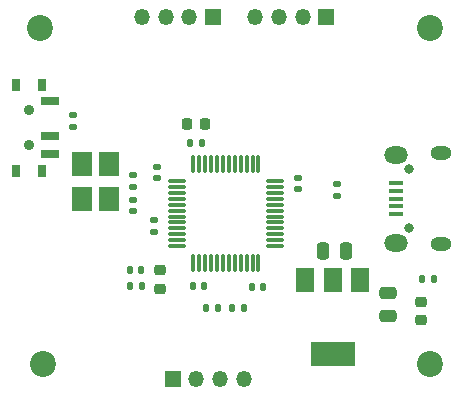
<source format=gbr>
%TF.GenerationSoftware,KiCad,Pcbnew,(6.0.7-1)-1*%
%TF.CreationDate,2022-10-05T21:39:38-05:00*%
%TF.ProjectId,KiCad,4b694361-642e-46b6-9963-61645f706362,rev?*%
%TF.SameCoordinates,Original*%
%TF.FileFunction,Soldermask,Top*%
%TF.FilePolarity,Negative*%
%FSLAX46Y46*%
G04 Gerber Fmt 4.6, Leading zero omitted, Abs format (unit mm)*
G04 Created by KiCad (PCBNEW (6.0.7-1)-1) date 2022-10-05 21:39:38*
%MOMM*%
%LPD*%
G01*
G04 APERTURE LIST*
G04 Aperture macros list*
%AMRoundRect*
0 Rectangle with rounded corners*
0 $1 Rounding radius*
0 $2 $3 $4 $5 $6 $7 $8 $9 X,Y pos of 4 corners*
0 Add a 4 corners polygon primitive as box body*
4,1,4,$2,$3,$4,$5,$6,$7,$8,$9,$2,$3,0*
0 Add four circle primitives for the rounded corners*
1,1,$1+$1,$2,$3*
1,1,$1+$1,$4,$5*
1,1,$1+$1,$6,$7*
1,1,$1+$1,$8,$9*
0 Add four rect primitives between the rounded corners*
20,1,$1+$1,$2,$3,$4,$5,0*
20,1,$1+$1,$4,$5,$6,$7,0*
20,1,$1+$1,$6,$7,$8,$9,0*
20,1,$1+$1,$8,$9,$2,$3,0*%
G04 Aperture macros list end*
%ADD10R,1.500000X2.000000*%
%ADD11R,3.800000X2.000000*%
%ADD12O,1.350000X1.350000*%
%ADD13R,1.350000X1.350000*%
%ADD14R,1.500000X0.700000*%
%ADD15C,0.900000*%
%ADD16R,0.800000X1.000000*%
%ADD17C,2.200000*%
%ADD18R,1.800000X2.100000*%
%ADD19RoundRect,0.075000X-0.662500X-0.075000X0.662500X-0.075000X0.662500X0.075000X-0.662500X0.075000X0*%
%ADD20RoundRect,0.075000X-0.075000X-0.662500X0.075000X-0.662500X0.075000X0.662500X-0.075000X0.662500X0*%
%ADD21RoundRect,0.135000X0.185000X-0.135000X0.185000X0.135000X-0.185000X0.135000X-0.185000X-0.135000X0*%
%ADD22RoundRect,0.135000X-0.135000X-0.185000X0.135000X-0.185000X0.135000X0.185000X-0.135000X0.185000X0*%
%ADD23RoundRect,0.135000X0.135000X0.185000X-0.135000X0.185000X-0.135000X-0.185000X0.135000X-0.185000X0*%
%ADD24O,0.800000X0.800000*%
%ADD25R,1.300000X0.450000*%
%ADD26O,2.000000X1.450000*%
%ADD27O,1.800000X1.150000*%
%ADD28RoundRect,0.218750X-0.256250X0.218750X-0.256250X-0.218750X0.256250X-0.218750X0.256250X0.218750X0*%
%ADD29RoundRect,0.140000X0.140000X0.170000X-0.140000X0.170000X-0.140000X-0.170000X0.140000X-0.170000X0*%
%ADD30RoundRect,0.140000X0.170000X-0.140000X0.170000X0.140000X-0.170000X0.140000X-0.170000X-0.140000X0*%
%ADD31RoundRect,0.140000X-0.140000X-0.170000X0.140000X-0.170000X0.140000X0.170000X-0.140000X0.170000X0*%
%ADD32RoundRect,0.140000X-0.170000X0.140000X-0.170000X-0.140000X0.170000X-0.140000X0.170000X0.140000X0*%
%ADD33RoundRect,0.225000X-0.225000X-0.250000X0.225000X-0.250000X0.225000X0.250000X-0.225000X0.250000X0*%
%ADD34RoundRect,0.250000X0.475000X-0.250000X0.475000X0.250000X-0.475000X0.250000X-0.475000X-0.250000X0*%
%ADD35RoundRect,0.250000X-0.250000X-0.475000X0.250000X-0.475000X0.250000X0.475000X-0.250000X0.475000X0*%
G04 APERTURE END LIST*
D10*
%TO.C,U1*%
X136300000Y-95000000D03*
D11*
X134000000Y-101300000D03*
D10*
X134000000Y-95000000D03*
X131700000Y-95000000D03*
%TD*%
D12*
%TO.C,J3*%
X127469200Y-72796400D03*
X129469200Y-72796400D03*
X131469200Y-72796400D03*
D13*
X133469200Y-72796400D03*
%TD*%
D14*
%TO.C,SW1*%
X110032800Y-84378800D03*
X110032800Y-82878800D03*
X110032800Y-79878800D03*
D15*
X108272800Y-80628800D03*
X108272800Y-83628800D03*
D16*
X109382800Y-78478800D03*
X107172800Y-85778800D03*
X107172800Y-78478800D03*
X109382800Y-85778800D03*
%TD*%
D17*
%TO.C,H4*%
X142240000Y-102108000D03*
%TD*%
%TO.C,H3*%
X109220000Y-73660000D03*
%TD*%
%TO.C,H2*%
X142240000Y-73660000D03*
%TD*%
%TO.C,H1*%
X109500000Y-102108000D03*
%TD*%
D18*
%TO.C,Y1*%
X115062000Y-85238000D03*
X115062000Y-88138000D03*
X112762000Y-88138000D03*
X112762000Y-85238000D03*
%TD*%
D19*
%TO.C,U2*%
X120805500Y-86658000D03*
X120805500Y-87158000D03*
X120805500Y-87658000D03*
X120805500Y-88158000D03*
X120805500Y-88658000D03*
X120805500Y-89158000D03*
X120805500Y-89658000D03*
X120805500Y-90158000D03*
X120805500Y-90658000D03*
X120805500Y-91158000D03*
X120805500Y-91658000D03*
X120805500Y-92158000D03*
D20*
X122218000Y-93570500D03*
X122718000Y-93570500D03*
X123218000Y-93570500D03*
X123718000Y-93570500D03*
X124218000Y-93570500D03*
X124718000Y-93570500D03*
X125218000Y-93570500D03*
X125718000Y-93570500D03*
X126218000Y-93570500D03*
X126718000Y-93570500D03*
X127218000Y-93570500D03*
X127718000Y-93570500D03*
D19*
X129130500Y-92158000D03*
X129130500Y-91658000D03*
X129130500Y-91158000D03*
X129130500Y-90658000D03*
X129130500Y-90158000D03*
X129130500Y-89658000D03*
X129130500Y-89158000D03*
X129130500Y-88658000D03*
X129130500Y-88158000D03*
X129130500Y-87658000D03*
X129130500Y-87158000D03*
X129130500Y-86658000D03*
D20*
X127718000Y-85245500D03*
X127218000Y-85245500D03*
X126718000Y-85245500D03*
X126218000Y-85245500D03*
X125718000Y-85245500D03*
X125218000Y-85245500D03*
X124718000Y-85245500D03*
X124218000Y-85245500D03*
X123718000Y-85245500D03*
X123218000Y-85245500D03*
X122718000Y-85245500D03*
X122218000Y-85245500D03*
%TD*%
D21*
%TO.C,R5*%
X134366000Y-87884000D03*
X134366000Y-86864000D03*
%TD*%
%TO.C,R4*%
X112014000Y-82046000D03*
X112014000Y-81026000D03*
%TD*%
D22*
%TO.C,R3*%
X125499400Y-97409000D03*
X126519400Y-97409000D03*
%TD*%
D23*
%TO.C,R2*%
X124333000Y-97409000D03*
X123313000Y-97409000D03*
%TD*%
D22*
%TO.C,R1*%
X141526800Y-94945200D03*
X142546800Y-94945200D03*
%TD*%
D24*
%TO.C,J4*%
X140431000Y-90638000D03*
X140431000Y-85638000D03*
D25*
X139331000Y-89438000D03*
X139331000Y-88788000D03*
X139331000Y-88138000D03*
X139331000Y-87488000D03*
X139331000Y-86838000D03*
D26*
X139381000Y-91863000D03*
X139381000Y-84413000D03*
D27*
X143181000Y-92013000D03*
X143181000Y-84263000D03*
%TD*%
D13*
%TO.C,J2*%
X120460000Y-103378000D03*
D12*
X122460000Y-103378000D03*
X124460000Y-103378000D03*
X126460000Y-103378000D03*
%TD*%
%TO.C,J1*%
X117869200Y-72796400D03*
X119869200Y-72796400D03*
X121869200Y-72796400D03*
D13*
X123869200Y-72796400D03*
%TD*%
D28*
%TO.C,FB1*%
X119352000Y-94208500D03*
X119352000Y-95783500D03*
%TD*%
%TO.C,D1*%
X141500000Y-98437500D03*
X141500000Y-96862500D03*
%TD*%
D29*
%TO.C,C13*%
X116868000Y-95504000D03*
X117828000Y-95504000D03*
%TD*%
%TO.C,C12*%
X116840000Y-94183200D03*
X117800000Y-94183200D03*
%TD*%
D30*
%TO.C,C11*%
X118872000Y-90932000D03*
X118872000Y-89972000D03*
%TD*%
D31*
%TO.C,C10*%
X121940000Y-83400000D03*
X122900000Y-83400000D03*
%TD*%
D30*
%TO.C,C9*%
X117094000Y-89182000D03*
X117094000Y-88222000D03*
%TD*%
%TO.C,C8*%
X119126000Y-86431000D03*
X119126000Y-85471000D03*
%TD*%
D32*
%TO.C,C7*%
X131064000Y-86388000D03*
X131064000Y-87348000D03*
%TD*%
D29*
%TO.C,C6*%
X128115000Y-95631000D03*
X127155000Y-95631000D03*
%TD*%
D30*
%TO.C,C5*%
X117094000Y-86162000D03*
X117094000Y-87122000D03*
%TD*%
D31*
%TO.C,C4*%
X123134000Y-95500000D03*
X122174000Y-95500000D03*
%TD*%
D33*
%TO.C,C3*%
X123203000Y-81788000D03*
X121653000Y-81788000D03*
%TD*%
D34*
%TO.C,C2*%
X138684000Y-96144000D03*
X138684000Y-98044000D03*
%TD*%
D35*
%TO.C,C1*%
X133200000Y-92600000D03*
X135100000Y-92600000D03*
%TD*%
M02*

</source>
